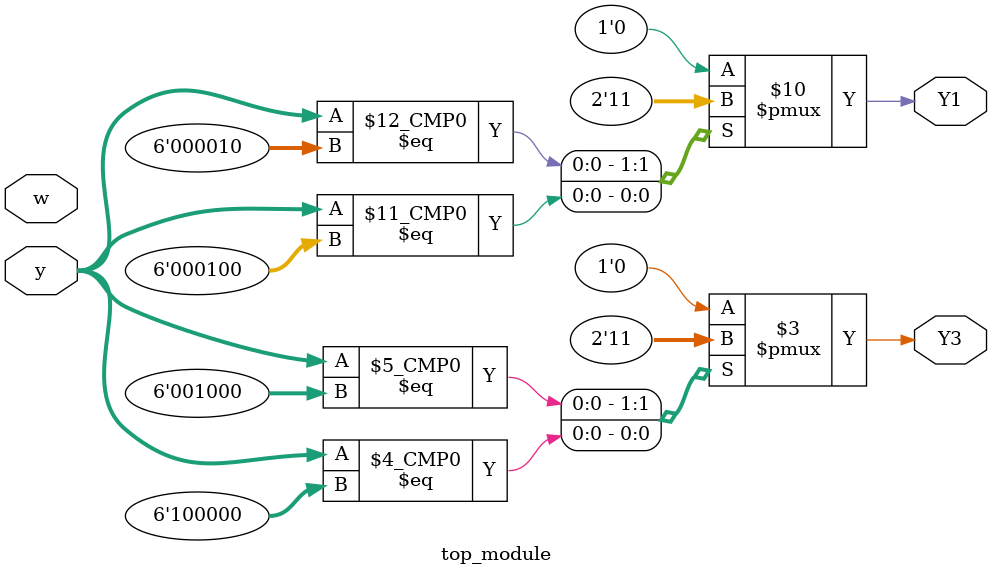
<source format=sv>
module top_module (
    input [5:0] y,
    input w,
    output Y1,
    output Y3
);

reg Y1;
reg Y3;

always @* begin
    case (y)
        6'b000001: begin
            Y1 = 1'b0;
            Y3 = 1'b0;
        end
        6'b000010: begin
            Y1 = 1'b1;
            Y3 = 1'b0;
        end
        6'b000100: begin
            Y1 = 1'b1;
            Y3 = 1'b0;
        end
        6'b001000: begin
            Y1 = 1'b0;
            Y3 = 1'b1;
        end
        6'b010000: begin
            Y1 = 1'b0;
            Y3 = 1'b0;
        end
        6'b100000: begin
            Y1 = 1'b0;
            Y3 = 1'b1;
        end
        default: begin
            Y1 = 1'b0;
            Y3 = 1'b0;
        end
    endcase
end

endmodule

</source>
